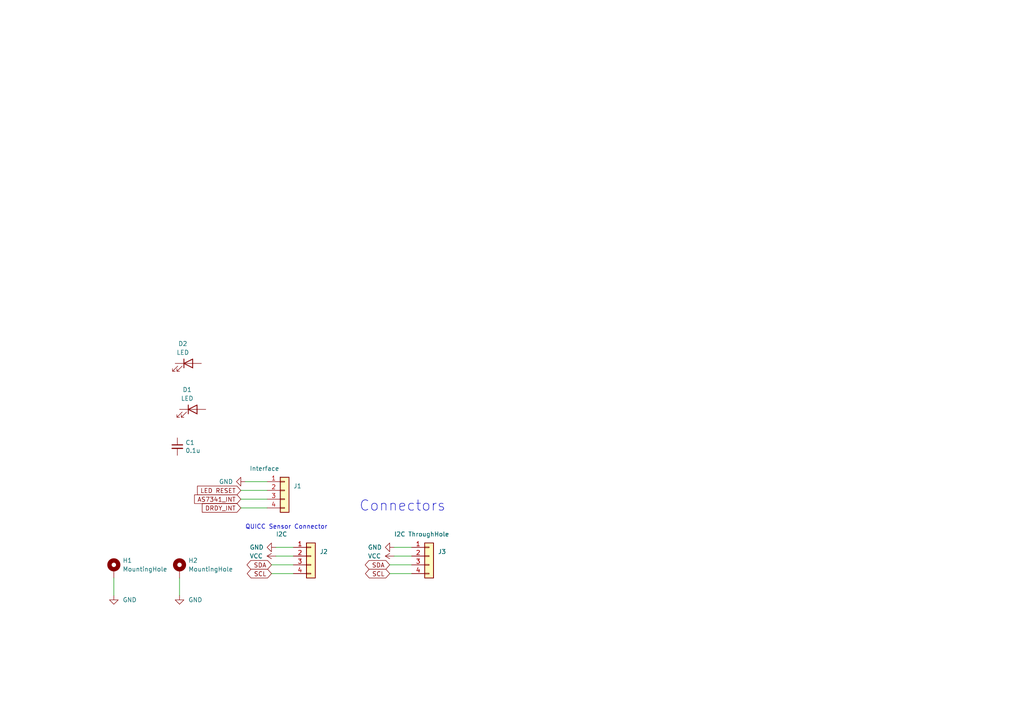
<source format=kicad_sch>
(kicad_sch (version 20230121) (generator eeschema)
  (paper "A4")
  (lib_symbols
    (symbol "Connector_Generic:Conn_01x04" (pin_names (offset 1.016) hide)
      (property "Reference" "J" (at 0 5.08 0))
      (property "Value" "Conn_01x04" (at 0 -7.62 0))
      (symbol "Conn_01x04_1_1"
        (rectangle (start -1.27 -4.953) (end 0 -5.207) (stroke (width 0.1524)))
        (rectangle (start -1.27 -2.413) (end 0 -2.667) (stroke (width 0.1524)))
        (rectangle (start -1.27 0.127) (end 0 -0.127) (stroke (width 0.1524)))
        (rectangle (start -1.27 2.667) (end 0 2.413) (stroke (width 0.1524)))
        (rectangle (start -1.27 3.81) (end 1.27 -6.35) (stroke (width 0.254)) (fill (type background)))
        (pin passive line (at -5.08 2.54 0) (length 3.81) (name "Pin_1") (number "1"))
        (pin passive line (at -5.08 0 0) (length 3.81) (name "Pin_2") (number "2"))
        (pin passive line (at -5.08 -2.54 0) (length 3.81) (name "Pin_3") (number "3"))
        (pin passive line (at -5.08 -5.08 0) (length 3.81) (name "Pin_4") (number "4"))
      )
    )
    (symbol "Device:LED" (pin_numbers hide) (pin_names (offset 1.016) hide)
      (property "Reference" "D" (at 0 2.54 0))
      (property "Value" "LED" (at 0 -2.54 0))
      (symbol "LED_0_1"
        (polyline (pts (xy -1.27 -1.27) (xy -1.27 1.27)) (stroke (width 0.254)))
        (polyline (pts (xy -1.27 0) (xy 1.27 0)))
        (polyline (pts (xy 1.27 -1.27) (xy 1.27 1.27) (xy -1.27 0) (xy 1.27 -1.27)) (stroke (width 0.254)))
        (polyline (pts (xy -3.048 -0.762) (xy -4.572 -2.286) (xy -3.81 -2.286) (xy -4.572 -2.286) (xy -4.572 -1.524)))
        (polyline (pts (xy -1.778 -0.762) (xy -3.302 -2.286) (xy -2.54 -2.286) (xy -3.302 -2.286) (xy -3.302 -1.524)))
      )
      (symbol "LED_1_1"
        (pin passive line (at -3.81 0 0) (length 2.54) (name "K") (number "1"))
        (pin passive line (at 3.81 0 180) (length 2.54) (name "A") (number "2"))
      )
    )
    (symbol "Mechanical:MountingHole_Pad" (pin_numbers hide) (pin_names (offset 1.016) hide)
      (property "Reference" "H" (at 0 6.35 0))
      (property "Value" "MountingHole_Pad" (at 0 4.445 0))
      (symbol "MountingHole_Pad_0_1"
        (circle (center 0 1.27) (radius 1.27) (stroke (width 1.27)))
      )
      (symbol "MountingHole_Pad_1_1"
        (pin input line (at 0 -2.54 90) (length 2.54) (name "1") (number "1"))
      )
    )
    (symbol "power:GND" (power) (pin_names (offset 0))
      (property "Value" "GND" (at 0 -3.81 0))
      (symbol "GND_0_1"
        (polyline (pts (xy 0 0) (xy 0 -1.27) (xy 1.27 -1.27) (xy 0 -2.54) (xy -1.27 -1.27) (xy 0 -1.27)))
      )
      (symbol "GND_1_1"
        (pin power_in line (at 0 0 270) (length 0) hide (name "GND") (number "1"))
      )
    )
    (symbol "power:VCC" (power) (pin_names (offset 0))
      (property "Value" "VCC" (at 0 3.81 0))
      (symbol "VCC_0_1"
        (polyline (pts (xy -0.762 1.27) (xy 0 2.54)))
        (polyline (pts (xy 0 0) (xy 0 2.54)))
        (polyline (pts (xy 0 2.54) (xy 0.762 1.27)))
      )
      (symbol "VCC_1_1"
        (pin power_in line (at 0 0 90) (length 0) hide (name "VCC") (number "1"))
      )
    )
    (symbol "temp-sensor-rescue:C_Small-Device-temp-sensor-rescue" (pin_numbers hide) (pin_names (offset 0.254) hide)
      (property "Reference" "C" (at 0.254 1.778 0))
      (property "Value" "C_Small-Device-temp-sensor-rescue" (at 0.254 -2.032 0))
      (symbol "C_Small-Device-temp-sensor-rescue_0_1"
        (polyline (pts (xy -1.524 -0.508) (xy 1.524 -0.508)) (stroke (width 0.3302)))
        (polyline (pts (xy -1.524 0.508) (xy 1.524 0.508)) (stroke (width 0.3048)))
      )
      (symbol "C_Small-Device-temp-sensor-rescue_1_1"
        (pin passive line (at 0 2.54 270) (length 2.032) (name "~") (number "1"))
        (pin passive line (at 0 -2.54 90) (length 2.032) (name "~") (number "2"))
      )
    )
  )
  (wire (pts (xy 69.85 147.32) (xy 77.47 147.32)))
  (wire (pts (xy 69.85 144.78) (xy 77.47 144.78)))
  (wire (pts (xy 78.74 166.37) (xy 85.09 166.37)))
  (wire (pts (xy 78.74 163.83) (xy 85.09 163.83)))
  (wire (pts (xy 80.01 158.75) (xy 85.09 158.75)))
  (wire (pts (xy 114.3 158.75) (xy 119.38 158.75)))
  (wire (pts (xy 113.03 166.37) (xy 119.38 166.37)))
  (wire (pts (xy 69.85 142.24) (xy 77.47 142.24)))
  (wire (pts (xy 80.01 161.29) (xy 85.09 161.29)))
  (wire (pts (xy 33.02 167.64) (xy 33.02 172.72)))
  (wire (pts (xy 113.03 163.83) (xy 119.38 163.83)))
  (wire (pts (xy 114.3 161.29) (xy 119.38 161.29)))
  (wire (pts (xy 52.07 167.64) (xy 52.07 172.72)))
  (wire (pts (xy 71.12 139.7) (xy 77.47 139.7)))
  (text "QUICC Sensor Connector" (at 71.12 153.67 0) (effects (font (size 1.27 1.27)) (justify left bottom)))
  (text "Connectors" (at 104.14 148.59 0) (effects (font (size 3 3)) (justify left bottom)))
  (global_label "SDA" (shape bidirectional) (at 113.03 163.83 180) (property "Intersheetrefs" "${INTERSHEET_REFS}" (effects hide)))
  (global_label "AS7341_INT" (shape input) (at 69.85 144.78 180) (property "Intersheetrefs" "${INTERSHEET_REFS}" (effects hide)))
  (global_label "LED RESET" (shape input) (at 69.85 142.24 180) (property "Intersheetrefs" "${INTERSHEET_REFS}" (effects hide)))
  (global_label "SDA" (shape bidirectional) (at 78.74 163.83 180) (property "Intersheetrefs" "${INTERSHEET_REFS}" (effects hide)))
  (global_label "SCL" (shape bidirectional) (at 113.03 166.37 180) (property "Intersheetrefs" "${INTERSHEET_REFS}" (effects hide)))
  (global_label "SCL" (shape bidirectional) (at 78.74 166.37 180) (property "Intersheetrefs" "${INTERSHEET_REFS}" (effects hide)))
  (global_label "DRDY_INT" (shape input) (at 69.85 147.32 180) (property "Intersheetrefs" "${INTERSHEET_REFS}" (effects hide)))
  (symbol (lib_id "power:GND") (at 52.07 172.72 0) (unit 1)
    (property "Reference" "#PWR07" (effects hide))
    (property "Value" "GND" (at 54.61 173.9899 0) (effects (justify left)))
  )
  (symbol (lib_id "Mechanical:MountingHole_Pad") (at 33.02 165.1 0) (unit 1) (in_bom no)
    (property "Reference" "H1" (at 35.56 162.5599 0) (effects (justify left)))
    (property "Value" "MountingHole" (at 35.56 165.0999 0) (effects (justify left)))
    (property "Footprint" "MountingHole:MountingHole_2.2mm_M2_ISO7380_Pad" (effects hide))
  )
  (symbol (lib_id "power:GND") (at 33.02 172.72 0) (unit 1)
    (property "Reference" "#PWR06" (effects hide))
    (property "Value" "GND" (at 35.56 173.9899 0) (effects (justify left)))
  )
  (symbol (lib_id "power:GND") (at 71.12 139.7 270) (unit 1)
    (property "Reference" "#PWR01" (effects hide))
    (property "Value" "GND" (at 63.5 139.7 90) (effects (justify left)))
  )
  (symbol (lib_id "power:VCC") (at 114.3 161.29 90) (unit 1)
    (property "Reference" "#PWR05" (effects hide))
    (property "Value" "VCC" (at 106.68 161.29 90) (effects (justify right)))
  )
  (symbol (lib_id "Device:LED") (at 54.61 105.41 0) (unit 1)
    (property "Reference" "D2" (at 53.0225 99.695 0))
    (property "Value" "LED" (at 53.0225 102.235 0))
  )
  (symbol (lib_id "Connector_Generic:Conn_01x04") (at 90.17 161.29 0) (unit 1)
    (property "Reference" "J2" (at 92.71 160.0199 0) (effects (justify left)))
    (property "Value" "I2C" (at 80.01 154.94 0) (effects (justify left)))
    (property "Footprint" "Connector_JST:JST_SH_SM04B-SRSS-TB_1x04-1MP_P1.00mm_Horizontal" (effects hide))
  )
  (symbol (lib_id "power:VCC") (at 80.01 161.29 90) (unit 1)
    (property "Reference" "#PWR03" (effects hide))
    (property "Value" "VCC" (at 72.39 161.29 90) (effects (justify right)))
  )
  (symbol (lib_id "Connector_Generic:Conn_01x04") (at 124.46 161.29 0) (unit 1)
    (property "Reference" "J3" (at 127 160.0199 0) (effects (justify left)))
    (property "Value" "I2C ThroughHole" (at 114.3 154.94 0) (effects (justify left)))
    (property "Footprint" "Connector_PinSocket_2.54mm:PinSocket_1x04_P2.54mm_Vertical" (effects hide))
  )
  (symbol (lib_id "temp-sensor-rescue:C_Small-Device-temp-sensor-rescue") (at 51.435 129.54 0) (unit 1)
    (property "Reference" "C1" (at 53.7718 128.3716 0) (effects (justify left)))
    (property "Value" "0.1u" (at 53.7718 130.683 0) (effects (justify left)))
    (property "Footprint" "Capacitor_SMD:C_0402_1005Metric" (effects hide))
    (property "Description" "Multilayer Ceramic Capacitors MLCC - SMD/SMT  16VDC 0.1uF 10% X7R AEC-Q200" (effects hide))
    (property "Height" "0.9" (effects hide))
    (property "Manufacturer_Name" "Taiyo Yuden" (effects hide))
    (property "Manufacturer_Part_Number" "EMK105B7104KVHF" (effects hide))
    (property "Mouser Part Number" "963-EMK105B7104KVHF" (effects hide))
    (property "Mouser Price/Stock" "$0.10/110000" (effects hide))
    (property "Digikey Part Number" "1276-1001-1-ND" (effects hide))
    (property "PARTREV" "V3" (effects hide))
    (property "Configuration" "all" (effects hide))
  )
  (symbol (lib_id "Device:LED") (at 55.88 118.745 0) (unit 1)
    (property "Reference" "D1" (at 54.2925 113.03 0))
    (property "Value" "LED" (at 54.2925 115.57 0))
  )
  (symbol (lib_id "Connector_Generic:Conn_01x04") (at 82.55 142.24 0) (unit 1)
    (property "Reference" "J1" (at 85.09 140.9699 0) (effects (justify left)))
    (property "Value" "Interface" (at 72.39 135.89 0) (effects (justify left)))
    (property "Footprint" "Connector_PinSocket_2.54mm:PinSocket_1x04_P2.54mm_Vertical" (effects hide))
  )
  (symbol (lib_id "power:GND") (at 114.3 158.75 270) (unit 1)
    (property "Reference" "#PWR04" (effects hide))
    (property "Value" "GND" (at 106.68 158.75 90) (effects (justify left)))
  )
  (symbol (lib_id "Mechanical:MountingHole_Pad") (at 52.07 165.1 0) (unit 1) (in_bom no)
    (property "Reference" "H2" (at 54.61 162.5599 0) (effects (justify left)))
    (property "Value" "MountingHole" (at 54.61 165.0999 0) (effects (justify left)))
    (property "Footprint" "MountingHole:MountingHole_2.2mm_M2_ISO7380_Pad" (effects hide))
  )
  (symbol (lib_id "power:GND") (at 80.01 158.75 270) (unit 1)
    (property "Reference" "#PWR02" (effects hide))
    (property "Value" "GND" (at 72.39 158.75 90) (effects (justify left)))
  )
)
</source>
